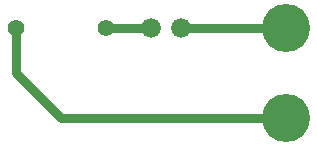
<source format=gbl>
G04 (created by PCBNEW (2013-may-18)-stable) date sáb 17 oct 2015 08:08:27 CDT*
%MOIN*%
G04 Gerber Fmt 3.4, Leading zero omitted, Abs format*
%FSLAX34Y34*%
G01*
G70*
G90*
G04 APERTURE LIST*
%ADD10C,0.00393701*%
%ADD11C,0.055*%
%ADD12C,0.066*%
%ADD13C,0.16*%
%ADD14C,0.0293307*%
G04 APERTURE END LIST*
G54D10*
G54D11*
X67000Y-49500D03*
X70000Y-49500D03*
G54D12*
X71500Y-49500D03*
X72500Y-49500D03*
G54D13*
X76000Y-49500D03*
X76000Y-52500D03*
G54D14*
X71500Y-49500D02*
X70000Y-49500D01*
X76000Y-49500D02*
X72500Y-49500D01*
X67000Y-49500D02*
X67000Y-51000D01*
X68500Y-52500D02*
X76000Y-52500D01*
X67000Y-51000D02*
X68500Y-52500D01*
M02*

</source>
